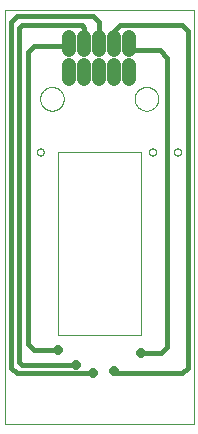
<source format=gbl>
G75*
%MOIN*%
%OFA0B0*%
%FSLAX25Y25*%
%IPPOS*%
%LPD*%
%AMOC8*
5,1,8,0,0,1.08239X$1,22.5*
%
%ADD10C,0.00000*%
%ADD11C,0.04500*%
%ADD12C,0.01600*%
%ADD13OC8,0.03169*%
D10*
X0001000Y0001000D02*
X0001000Y0138795D01*
X0063992Y0138795D01*
X0063992Y0001000D01*
X0001000Y0001000D01*
X0018717Y0030528D02*
X0018717Y0091551D01*
X0046276Y0091551D01*
X0046276Y0030528D01*
X0018717Y0030528D01*
X0011630Y0091551D02*
X0011632Y0091620D01*
X0011638Y0091688D01*
X0011648Y0091756D01*
X0011662Y0091823D01*
X0011680Y0091890D01*
X0011701Y0091955D01*
X0011727Y0092019D01*
X0011756Y0092081D01*
X0011788Y0092141D01*
X0011824Y0092200D01*
X0011864Y0092256D01*
X0011906Y0092310D01*
X0011952Y0092361D01*
X0012001Y0092410D01*
X0012052Y0092456D01*
X0012106Y0092498D01*
X0012162Y0092538D01*
X0012220Y0092574D01*
X0012281Y0092606D01*
X0012343Y0092635D01*
X0012407Y0092661D01*
X0012472Y0092682D01*
X0012539Y0092700D01*
X0012606Y0092714D01*
X0012674Y0092724D01*
X0012742Y0092730D01*
X0012811Y0092732D01*
X0012880Y0092730D01*
X0012948Y0092724D01*
X0013016Y0092714D01*
X0013083Y0092700D01*
X0013150Y0092682D01*
X0013215Y0092661D01*
X0013279Y0092635D01*
X0013341Y0092606D01*
X0013401Y0092574D01*
X0013460Y0092538D01*
X0013516Y0092498D01*
X0013570Y0092456D01*
X0013621Y0092410D01*
X0013670Y0092361D01*
X0013716Y0092310D01*
X0013758Y0092256D01*
X0013798Y0092200D01*
X0013834Y0092141D01*
X0013866Y0092081D01*
X0013895Y0092019D01*
X0013921Y0091955D01*
X0013942Y0091890D01*
X0013960Y0091823D01*
X0013974Y0091756D01*
X0013984Y0091688D01*
X0013990Y0091620D01*
X0013992Y0091551D01*
X0013990Y0091482D01*
X0013984Y0091414D01*
X0013974Y0091346D01*
X0013960Y0091279D01*
X0013942Y0091212D01*
X0013921Y0091147D01*
X0013895Y0091083D01*
X0013866Y0091021D01*
X0013834Y0090960D01*
X0013798Y0090902D01*
X0013758Y0090846D01*
X0013716Y0090792D01*
X0013670Y0090741D01*
X0013621Y0090692D01*
X0013570Y0090646D01*
X0013516Y0090604D01*
X0013460Y0090564D01*
X0013402Y0090528D01*
X0013341Y0090496D01*
X0013279Y0090467D01*
X0013215Y0090441D01*
X0013150Y0090420D01*
X0013083Y0090402D01*
X0013016Y0090388D01*
X0012948Y0090378D01*
X0012880Y0090372D01*
X0012811Y0090370D01*
X0012742Y0090372D01*
X0012674Y0090378D01*
X0012606Y0090388D01*
X0012539Y0090402D01*
X0012472Y0090420D01*
X0012407Y0090441D01*
X0012343Y0090467D01*
X0012281Y0090496D01*
X0012220Y0090528D01*
X0012162Y0090564D01*
X0012106Y0090604D01*
X0012052Y0090646D01*
X0012001Y0090692D01*
X0011952Y0090741D01*
X0011906Y0090792D01*
X0011864Y0090846D01*
X0011824Y0090902D01*
X0011788Y0090960D01*
X0011756Y0091021D01*
X0011727Y0091083D01*
X0011701Y0091147D01*
X0011680Y0091212D01*
X0011662Y0091279D01*
X0011648Y0091346D01*
X0011638Y0091414D01*
X0011632Y0091482D01*
X0011630Y0091551D01*
X0012811Y0109268D02*
X0012813Y0109393D01*
X0012819Y0109518D01*
X0012829Y0109642D01*
X0012843Y0109766D01*
X0012860Y0109890D01*
X0012882Y0110013D01*
X0012908Y0110135D01*
X0012937Y0110257D01*
X0012970Y0110377D01*
X0013008Y0110496D01*
X0013048Y0110615D01*
X0013093Y0110731D01*
X0013141Y0110846D01*
X0013193Y0110960D01*
X0013249Y0111072D01*
X0013308Y0111182D01*
X0013370Y0111290D01*
X0013436Y0111397D01*
X0013505Y0111501D01*
X0013578Y0111602D01*
X0013653Y0111702D01*
X0013732Y0111799D01*
X0013814Y0111893D01*
X0013899Y0111985D01*
X0013986Y0112074D01*
X0014077Y0112160D01*
X0014170Y0112243D01*
X0014266Y0112324D01*
X0014364Y0112401D01*
X0014464Y0112475D01*
X0014567Y0112546D01*
X0014672Y0112613D01*
X0014780Y0112678D01*
X0014889Y0112738D01*
X0015000Y0112796D01*
X0015113Y0112849D01*
X0015227Y0112899D01*
X0015343Y0112946D01*
X0015460Y0112988D01*
X0015579Y0113027D01*
X0015699Y0113063D01*
X0015820Y0113094D01*
X0015942Y0113122D01*
X0016064Y0113145D01*
X0016188Y0113165D01*
X0016312Y0113181D01*
X0016436Y0113193D01*
X0016561Y0113201D01*
X0016686Y0113205D01*
X0016810Y0113205D01*
X0016935Y0113201D01*
X0017060Y0113193D01*
X0017184Y0113181D01*
X0017308Y0113165D01*
X0017432Y0113145D01*
X0017554Y0113122D01*
X0017676Y0113094D01*
X0017797Y0113063D01*
X0017917Y0113027D01*
X0018036Y0112988D01*
X0018153Y0112946D01*
X0018269Y0112899D01*
X0018383Y0112849D01*
X0018496Y0112796D01*
X0018607Y0112738D01*
X0018717Y0112678D01*
X0018824Y0112613D01*
X0018929Y0112546D01*
X0019032Y0112475D01*
X0019132Y0112401D01*
X0019230Y0112324D01*
X0019326Y0112243D01*
X0019419Y0112160D01*
X0019510Y0112074D01*
X0019597Y0111985D01*
X0019682Y0111893D01*
X0019764Y0111799D01*
X0019843Y0111702D01*
X0019918Y0111602D01*
X0019991Y0111501D01*
X0020060Y0111397D01*
X0020126Y0111290D01*
X0020188Y0111182D01*
X0020247Y0111072D01*
X0020303Y0110960D01*
X0020355Y0110846D01*
X0020403Y0110731D01*
X0020448Y0110615D01*
X0020488Y0110496D01*
X0020526Y0110377D01*
X0020559Y0110257D01*
X0020588Y0110135D01*
X0020614Y0110013D01*
X0020636Y0109890D01*
X0020653Y0109766D01*
X0020667Y0109642D01*
X0020677Y0109518D01*
X0020683Y0109393D01*
X0020685Y0109268D01*
X0020683Y0109143D01*
X0020677Y0109018D01*
X0020667Y0108894D01*
X0020653Y0108770D01*
X0020636Y0108646D01*
X0020614Y0108523D01*
X0020588Y0108401D01*
X0020559Y0108279D01*
X0020526Y0108159D01*
X0020488Y0108040D01*
X0020448Y0107921D01*
X0020403Y0107805D01*
X0020355Y0107690D01*
X0020303Y0107576D01*
X0020247Y0107464D01*
X0020188Y0107354D01*
X0020126Y0107246D01*
X0020060Y0107139D01*
X0019991Y0107035D01*
X0019918Y0106934D01*
X0019843Y0106834D01*
X0019764Y0106737D01*
X0019682Y0106643D01*
X0019597Y0106551D01*
X0019510Y0106462D01*
X0019419Y0106376D01*
X0019326Y0106293D01*
X0019230Y0106212D01*
X0019132Y0106135D01*
X0019032Y0106061D01*
X0018929Y0105990D01*
X0018824Y0105923D01*
X0018716Y0105858D01*
X0018607Y0105798D01*
X0018496Y0105740D01*
X0018383Y0105687D01*
X0018269Y0105637D01*
X0018153Y0105590D01*
X0018036Y0105548D01*
X0017917Y0105509D01*
X0017797Y0105473D01*
X0017676Y0105442D01*
X0017554Y0105414D01*
X0017432Y0105391D01*
X0017308Y0105371D01*
X0017184Y0105355D01*
X0017060Y0105343D01*
X0016935Y0105335D01*
X0016810Y0105331D01*
X0016686Y0105331D01*
X0016561Y0105335D01*
X0016436Y0105343D01*
X0016312Y0105355D01*
X0016188Y0105371D01*
X0016064Y0105391D01*
X0015942Y0105414D01*
X0015820Y0105442D01*
X0015699Y0105473D01*
X0015579Y0105509D01*
X0015460Y0105548D01*
X0015343Y0105590D01*
X0015227Y0105637D01*
X0015113Y0105687D01*
X0015000Y0105740D01*
X0014889Y0105798D01*
X0014779Y0105858D01*
X0014672Y0105923D01*
X0014567Y0105990D01*
X0014464Y0106061D01*
X0014364Y0106135D01*
X0014266Y0106212D01*
X0014170Y0106293D01*
X0014077Y0106376D01*
X0013986Y0106462D01*
X0013899Y0106551D01*
X0013814Y0106643D01*
X0013732Y0106737D01*
X0013653Y0106834D01*
X0013578Y0106934D01*
X0013505Y0107035D01*
X0013436Y0107139D01*
X0013370Y0107246D01*
X0013308Y0107354D01*
X0013249Y0107464D01*
X0013193Y0107576D01*
X0013141Y0107690D01*
X0013093Y0107805D01*
X0013048Y0107921D01*
X0013008Y0108040D01*
X0012970Y0108159D01*
X0012937Y0108279D01*
X0012908Y0108401D01*
X0012882Y0108523D01*
X0012860Y0108646D01*
X0012843Y0108770D01*
X0012829Y0108894D01*
X0012819Y0109018D01*
X0012813Y0109143D01*
X0012811Y0109268D01*
X0044307Y0109268D02*
X0044309Y0109393D01*
X0044315Y0109518D01*
X0044325Y0109642D01*
X0044339Y0109766D01*
X0044356Y0109890D01*
X0044378Y0110013D01*
X0044404Y0110135D01*
X0044433Y0110257D01*
X0044466Y0110377D01*
X0044504Y0110496D01*
X0044544Y0110615D01*
X0044589Y0110731D01*
X0044637Y0110846D01*
X0044689Y0110960D01*
X0044745Y0111072D01*
X0044804Y0111182D01*
X0044866Y0111290D01*
X0044932Y0111397D01*
X0045001Y0111501D01*
X0045074Y0111602D01*
X0045149Y0111702D01*
X0045228Y0111799D01*
X0045310Y0111893D01*
X0045395Y0111985D01*
X0045482Y0112074D01*
X0045573Y0112160D01*
X0045666Y0112243D01*
X0045762Y0112324D01*
X0045860Y0112401D01*
X0045960Y0112475D01*
X0046063Y0112546D01*
X0046168Y0112613D01*
X0046276Y0112678D01*
X0046385Y0112738D01*
X0046496Y0112796D01*
X0046609Y0112849D01*
X0046723Y0112899D01*
X0046839Y0112946D01*
X0046956Y0112988D01*
X0047075Y0113027D01*
X0047195Y0113063D01*
X0047316Y0113094D01*
X0047438Y0113122D01*
X0047560Y0113145D01*
X0047684Y0113165D01*
X0047808Y0113181D01*
X0047932Y0113193D01*
X0048057Y0113201D01*
X0048182Y0113205D01*
X0048306Y0113205D01*
X0048431Y0113201D01*
X0048556Y0113193D01*
X0048680Y0113181D01*
X0048804Y0113165D01*
X0048928Y0113145D01*
X0049050Y0113122D01*
X0049172Y0113094D01*
X0049293Y0113063D01*
X0049413Y0113027D01*
X0049532Y0112988D01*
X0049649Y0112946D01*
X0049765Y0112899D01*
X0049879Y0112849D01*
X0049992Y0112796D01*
X0050103Y0112738D01*
X0050213Y0112678D01*
X0050320Y0112613D01*
X0050425Y0112546D01*
X0050528Y0112475D01*
X0050628Y0112401D01*
X0050726Y0112324D01*
X0050822Y0112243D01*
X0050915Y0112160D01*
X0051006Y0112074D01*
X0051093Y0111985D01*
X0051178Y0111893D01*
X0051260Y0111799D01*
X0051339Y0111702D01*
X0051414Y0111602D01*
X0051487Y0111501D01*
X0051556Y0111397D01*
X0051622Y0111290D01*
X0051684Y0111182D01*
X0051743Y0111072D01*
X0051799Y0110960D01*
X0051851Y0110846D01*
X0051899Y0110731D01*
X0051944Y0110615D01*
X0051984Y0110496D01*
X0052022Y0110377D01*
X0052055Y0110257D01*
X0052084Y0110135D01*
X0052110Y0110013D01*
X0052132Y0109890D01*
X0052149Y0109766D01*
X0052163Y0109642D01*
X0052173Y0109518D01*
X0052179Y0109393D01*
X0052181Y0109268D01*
X0052179Y0109143D01*
X0052173Y0109018D01*
X0052163Y0108894D01*
X0052149Y0108770D01*
X0052132Y0108646D01*
X0052110Y0108523D01*
X0052084Y0108401D01*
X0052055Y0108279D01*
X0052022Y0108159D01*
X0051984Y0108040D01*
X0051944Y0107921D01*
X0051899Y0107805D01*
X0051851Y0107690D01*
X0051799Y0107576D01*
X0051743Y0107464D01*
X0051684Y0107354D01*
X0051622Y0107246D01*
X0051556Y0107139D01*
X0051487Y0107035D01*
X0051414Y0106934D01*
X0051339Y0106834D01*
X0051260Y0106737D01*
X0051178Y0106643D01*
X0051093Y0106551D01*
X0051006Y0106462D01*
X0050915Y0106376D01*
X0050822Y0106293D01*
X0050726Y0106212D01*
X0050628Y0106135D01*
X0050528Y0106061D01*
X0050425Y0105990D01*
X0050320Y0105923D01*
X0050212Y0105858D01*
X0050103Y0105798D01*
X0049992Y0105740D01*
X0049879Y0105687D01*
X0049765Y0105637D01*
X0049649Y0105590D01*
X0049532Y0105548D01*
X0049413Y0105509D01*
X0049293Y0105473D01*
X0049172Y0105442D01*
X0049050Y0105414D01*
X0048928Y0105391D01*
X0048804Y0105371D01*
X0048680Y0105355D01*
X0048556Y0105343D01*
X0048431Y0105335D01*
X0048306Y0105331D01*
X0048182Y0105331D01*
X0048057Y0105335D01*
X0047932Y0105343D01*
X0047808Y0105355D01*
X0047684Y0105371D01*
X0047560Y0105391D01*
X0047438Y0105414D01*
X0047316Y0105442D01*
X0047195Y0105473D01*
X0047075Y0105509D01*
X0046956Y0105548D01*
X0046839Y0105590D01*
X0046723Y0105637D01*
X0046609Y0105687D01*
X0046496Y0105740D01*
X0046385Y0105798D01*
X0046275Y0105858D01*
X0046168Y0105923D01*
X0046063Y0105990D01*
X0045960Y0106061D01*
X0045860Y0106135D01*
X0045762Y0106212D01*
X0045666Y0106293D01*
X0045573Y0106376D01*
X0045482Y0106462D01*
X0045395Y0106551D01*
X0045310Y0106643D01*
X0045228Y0106737D01*
X0045149Y0106834D01*
X0045074Y0106934D01*
X0045001Y0107035D01*
X0044932Y0107139D01*
X0044866Y0107246D01*
X0044804Y0107354D01*
X0044745Y0107464D01*
X0044689Y0107576D01*
X0044637Y0107690D01*
X0044589Y0107805D01*
X0044544Y0107921D01*
X0044504Y0108040D01*
X0044466Y0108159D01*
X0044433Y0108279D01*
X0044404Y0108401D01*
X0044378Y0108523D01*
X0044356Y0108646D01*
X0044339Y0108770D01*
X0044325Y0108894D01*
X0044315Y0109018D01*
X0044309Y0109143D01*
X0044307Y0109268D01*
X0049032Y0091551D02*
X0049034Y0091620D01*
X0049040Y0091688D01*
X0049050Y0091756D01*
X0049064Y0091823D01*
X0049082Y0091890D01*
X0049103Y0091955D01*
X0049129Y0092019D01*
X0049158Y0092081D01*
X0049190Y0092141D01*
X0049226Y0092200D01*
X0049266Y0092256D01*
X0049308Y0092310D01*
X0049354Y0092361D01*
X0049403Y0092410D01*
X0049454Y0092456D01*
X0049508Y0092498D01*
X0049564Y0092538D01*
X0049622Y0092574D01*
X0049683Y0092606D01*
X0049745Y0092635D01*
X0049809Y0092661D01*
X0049874Y0092682D01*
X0049941Y0092700D01*
X0050008Y0092714D01*
X0050076Y0092724D01*
X0050144Y0092730D01*
X0050213Y0092732D01*
X0050282Y0092730D01*
X0050350Y0092724D01*
X0050418Y0092714D01*
X0050485Y0092700D01*
X0050552Y0092682D01*
X0050617Y0092661D01*
X0050681Y0092635D01*
X0050743Y0092606D01*
X0050803Y0092574D01*
X0050862Y0092538D01*
X0050918Y0092498D01*
X0050972Y0092456D01*
X0051023Y0092410D01*
X0051072Y0092361D01*
X0051118Y0092310D01*
X0051160Y0092256D01*
X0051200Y0092200D01*
X0051236Y0092141D01*
X0051268Y0092081D01*
X0051297Y0092019D01*
X0051323Y0091955D01*
X0051344Y0091890D01*
X0051362Y0091823D01*
X0051376Y0091756D01*
X0051386Y0091688D01*
X0051392Y0091620D01*
X0051394Y0091551D01*
X0051392Y0091482D01*
X0051386Y0091414D01*
X0051376Y0091346D01*
X0051362Y0091279D01*
X0051344Y0091212D01*
X0051323Y0091147D01*
X0051297Y0091083D01*
X0051268Y0091021D01*
X0051236Y0090960D01*
X0051200Y0090902D01*
X0051160Y0090846D01*
X0051118Y0090792D01*
X0051072Y0090741D01*
X0051023Y0090692D01*
X0050972Y0090646D01*
X0050918Y0090604D01*
X0050862Y0090564D01*
X0050804Y0090528D01*
X0050743Y0090496D01*
X0050681Y0090467D01*
X0050617Y0090441D01*
X0050552Y0090420D01*
X0050485Y0090402D01*
X0050418Y0090388D01*
X0050350Y0090378D01*
X0050282Y0090372D01*
X0050213Y0090370D01*
X0050144Y0090372D01*
X0050076Y0090378D01*
X0050008Y0090388D01*
X0049941Y0090402D01*
X0049874Y0090420D01*
X0049809Y0090441D01*
X0049745Y0090467D01*
X0049683Y0090496D01*
X0049622Y0090528D01*
X0049564Y0090564D01*
X0049508Y0090604D01*
X0049454Y0090646D01*
X0049403Y0090692D01*
X0049354Y0090741D01*
X0049308Y0090792D01*
X0049266Y0090846D01*
X0049226Y0090902D01*
X0049190Y0090960D01*
X0049158Y0091021D01*
X0049129Y0091083D01*
X0049103Y0091147D01*
X0049082Y0091212D01*
X0049064Y0091279D01*
X0049050Y0091346D01*
X0049040Y0091414D01*
X0049034Y0091482D01*
X0049032Y0091551D01*
X0057398Y0091551D02*
X0057400Y0091620D01*
X0057406Y0091688D01*
X0057416Y0091756D01*
X0057430Y0091823D01*
X0057448Y0091890D01*
X0057469Y0091955D01*
X0057495Y0092019D01*
X0057524Y0092081D01*
X0057556Y0092141D01*
X0057592Y0092200D01*
X0057632Y0092256D01*
X0057674Y0092310D01*
X0057720Y0092361D01*
X0057769Y0092410D01*
X0057820Y0092456D01*
X0057874Y0092498D01*
X0057930Y0092538D01*
X0057988Y0092574D01*
X0058049Y0092606D01*
X0058111Y0092635D01*
X0058175Y0092661D01*
X0058240Y0092682D01*
X0058307Y0092700D01*
X0058374Y0092714D01*
X0058442Y0092724D01*
X0058510Y0092730D01*
X0058579Y0092732D01*
X0058648Y0092730D01*
X0058716Y0092724D01*
X0058784Y0092714D01*
X0058851Y0092700D01*
X0058918Y0092682D01*
X0058983Y0092661D01*
X0059047Y0092635D01*
X0059109Y0092606D01*
X0059169Y0092574D01*
X0059228Y0092538D01*
X0059284Y0092498D01*
X0059338Y0092456D01*
X0059389Y0092410D01*
X0059438Y0092361D01*
X0059484Y0092310D01*
X0059526Y0092256D01*
X0059566Y0092200D01*
X0059602Y0092141D01*
X0059634Y0092081D01*
X0059663Y0092019D01*
X0059689Y0091955D01*
X0059710Y0091890D01*
X0059728Y0091823D01*
X0059742Y0091756D01*
X0059752Y0091688D01*
X0059758Y0091620D01*
X0059760Y0091551D01*
X0059758Y0091482D01*
X0059752Y0091414D01*
X0059742Y0091346D01*
X0059728Y0091279D01*
X0059710Y0091212D01*
X0059689Y0091147D01*
X0059663Y0091083D01*
X0059634Y0091021D01*
X0059602Y0090960D01*
X0059566Y0090902D01*
X0059526Y0090846D01*
X0059484Y0090792D01*
X0059438Y0090741D01*
X0059389Y0090692D01*
X0059338Y0090646D01*
X0059284Y0090604D01*
X0059228Y0090564D01*
X0059170Y0090528D01*
X0059109Y0090496D01*
X0059047Y0090467D01*
X0058983Y0090441D01*
X0058918Y0090420D01*
X0058851Y0090402D01*
X0058784Y0090388D01*
X0058716Y0090378D01*
X0058648Y0090372D01*
X0058579Y0090370D01*
X0058510Y0090372D01*
X0058442Y0090378D01*
X0058374Y0090388D01*
X0058307Y0090402D01*
X0058240Y0090420D01*
X0058175Y0090441D01*
X0058111Y0090467D01*
X0058049Y0090496D01*
X0057988Y0090528D01*
X0057930Y0090564D01*
X0057874Y0090604D01*
X0057820Y0090646D01*
X0057769Y0090692D01*
X0057720Y0090741D01*
X0057674Y0090792D01*
X0057632Y0090846D01*
X0057592Y0090902D01*
X0057556Y0090960D01*
X0057524Y0091021D01*
X0057495Y0091083D01*
X0057469Y0091147D01*
X0057448Y0091212D01*
X0057430Y0091279D01*
X0057416Y0091346D01*
X0057406Y0091414D01*
X0057400Y0091482D01*
X0057398Y0091551D01*
D11*
X0042496Y0116047D02*
X0042496Y0120547D01*
X0042496Y0125547D02*
X0042496Y0130047D01*
X0037496Y0130047D02*
X0037496Y0125547D01*
X0037496Y0120547D02*
X0037496Y0116047D01*
X0032496Y0116047D02*
X0032496Y0120547D01*
X0032496Y0125547D02*
X0032496Y0130047D01*
X0027496Y0130047D02*
X0027496Y0125547D01*
X0027496Y0120547D02*
X0027496Y0116047D01*
X0022496Y0116047D02*
X0022496Y0120547D01*
X0022496Y0125547D02*
X0022496Y0130047D01*
D12*
X0021059Y0126984D02*
X0010843Y0126984D01*
X0008874Y0125016D01*
X0008874Y0027575D01*
X0010843Y0025606D01*
X0018717Y0025606D01*
X0024622Y0020685D02*
X0006906Y0020685D01*
X0005921Y0021669D01*
X0005921Y0023638D01*
X0005921Y0132890D01*
X0006906Y0133874D01*
X0026591Y0133874D01*
X0027496Y0132969D01*
X0027496Y0125547D01*
X0022496Y0125547D02*
X0021059Y0126984D01*
X0030528Y0136827D02*
X0004937Y0136827D01*
X0002969Y0134858D01*
X0002969Y0019701D01*
X0004937Y0017732D01*
X0030528Y0017732D01*
X0037417Y0018717D02*
X0038402Y0017732D01*
X0060055Y0017732D01*
X0062024Y0019701D01*
X0062024Y0131906D01*
X0060055Y0133874D01*
X0039386Y0133874D01*
X0037417Y0131906D01*
X0037417Y0125626D01*
X0037496Y0125547D01*
X0032496Y0125547D02*
X0032496Y0134858D01*
X0030528Y0136827D01*
X0042496Y0125547D02*
X0052634Y0125547D01*
X0055134Y0123047D01*
X0055134Y0026591D01*
X0053165Y0024622D01*
X0046276Y0024622D01*
D13*
X0046276Y0024622D03*
X0037417Y0018717D03*
X0030528Y0017732D03*
X0024622Y0020685D03*
X0018717Y0025606D03*
M02*

</source>
